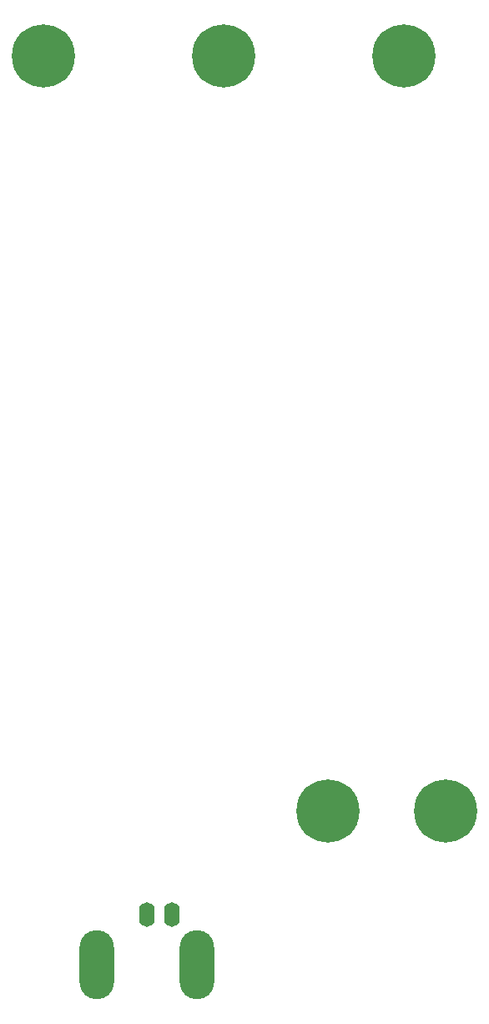
<source format=gbr>
%TF.GenerationSoftware,KiCad,Pcbnew,7.0.5*%
%TF.CreationDate,2023-09-04T17:01:56+02:00*%
%TF.ProjectId,mABoard,6d41426f-6172-4642-9e6b-696361645f70,rev?*%
%TF.SameCoordinates,Original*%
%TF.FileFunction,Soldermask,Bot*%
%TF.FilePolarity,Negative*%
%FSLAX46Y46*%
G04 Gerber Fmt 4.6, Leading zero omitted, Abs format (unit mm)*
G04 Created by KiCad (PCBNEW 7.0.5) date 2023-09-04 17:01:56*
%MOMM*%
%LPD*%
G01*
G04 APERTURE LIST*
%ADD10O,1.600000X2.500000*%
%ADD11O,3.500000X7.000000*%
%ADD12C,0.800000*%
%ADD13C,6.400000*%
G04 APERTURE END LIST*
D10*
%TO.C,J2*%
X83930000Y-144960000D03*
D11*
X78850000Y-150040000D03*
X89010000Y-150040000D03*
D10*
X86470000Y-144960000D03*
%TD*%
D12*
%TO.C,H5*%
X102250000Y-132050000D03*
X103947056Y-136147056D03*
X103947056Y-132752944D03*
X104650000Y-134450000D03*
D13*
X102250000Y-134450000D03*
D12*
X102250000Y-136850000D03*
X100552944Y-132752944D03*
X100552944Y-136147056D03*
X99850000Y-134450000D03*
%TD*%
%TO.C,H4*%
X114240000Y-132050000D03*
X115937056Y-136147056D03*
X115937056Y-132752944D03*
X116640000Y-134450000D03*
D13*
X114240000Y-134450000D03*
D12*
X114240000Y-136850000D03*
X112542944Y-132752944D03*
X112542944Y-136147056D03*
X111840000Y-134450000D03*
%TD*%
%TO.C,H3*%
X70970000Y-57900000D03*
X71672944Y-59597056D03*
X71672944Y-56202944D03*
X73370000Y-60300000D03*
D13*
X73370000Y-57900000D03*
D12*
X75770000Y-57900000D03*
X75067056Y-56202944D03*
X75067056Y-59597056D03*
X73370000Y-55500000D03*
%TD*%
%TO.C,H2*%
X89260000Y-57900000D03*
X89962944Y-59597056D03*
X89962944Y-56202944D03*
X91660000Y-60300000D03*
D13*
X91660000Y-57900000D03*
D12*
X94060000Y-57900000D03*
X93357056Y-56202944D03*
X93357056Y-59597056D03*
X91660000Y-55500000D03*
%TD*%
%TO.C,H1*%
X109950000Y-55500000D03*
X111647056Y-59597056D03*
X111647056Y-56202944D03*
X112350000Y-57900000D03*
D13*
X109950000Y-57900000D03*
D12*
X109950000Y-60300000D03*
X108252944Y-56202944D03*
X108252944Y-59597056D03*
X107550000Y-57900000D03*
%TD*%
M02*

</source>
